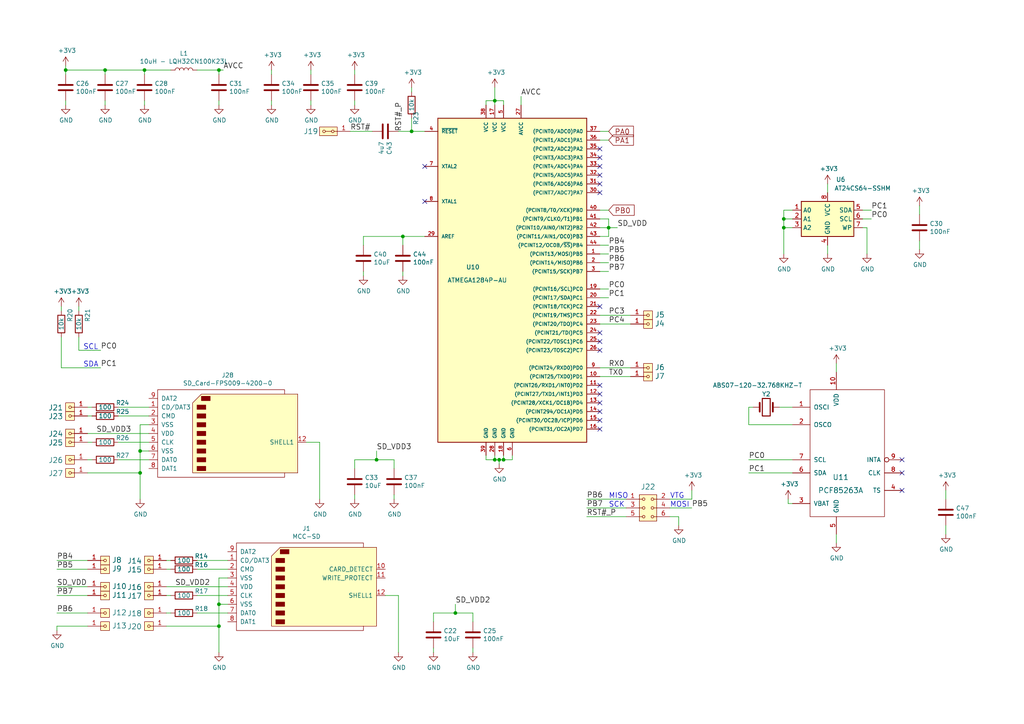
<source format=kicad_sch>
(kicad_sch (version 20211123) (generator eeschema)
  (paper "A4")
  (lib_symbols
    (symbol "MLAB_CONNECTORS:SD_Card-Connector" (pin_names (offset 1.016))
      (property "Reference" "J" (at -16.51 13.97 0))
      (property "Value" "MLAB_CONNECTORS_SD_Card-Connector" (at 15.24 -13.97 0))
      (symbol "SD_Card-Connector_1_1"
        (pin input line (at -22.86 7.62 0) (length 2.54) (name "CD/DAT3") (number "1"))
        (pin input line (at 22.86 5.08 180) (length 2.54) (name "CARD_DETECT") (number "10"))
        (pin input line (at 22.86 2.54 180) (length 2.54) (name "WRITE_PROTECT") (number "11"))
        (pin input line (at 22.86 -2.54 180) (length 2.54) (name "SHELL1") (number "12"))
        (pin input line (at -22.86 5.08 0) (length 2.54) (name "CMD") (number "2"))
        (pin input line (at -22.86 2.54 0) (length 2.54) (name "VSS") (number "3"))
        (pin input line (at -22.86 0 0) (length 2.54) (name "VDD") (number "4"))
        (pin input line (at -22.86 -2.54 0) (length 2.54) (name "CLK") (number "5"))
        (pin input line (at -22.86 -5.08 0) (length 2.54) (name "VSS") (number "6"))
        (pin input line (at -22.86 -7.62 0) (length 2.54) (name "DAT0") (number "7"))
        (pin input line (at -22.86 -10.16 0) (length 2.54) (name "DAT1") (number "8"))
        (pin input line (at -22.86 10.16 0) (length 2.54) (name "DAT2") (number "9"))
      )
    )
    (symbol "MLAB_CONNECTORS:SD_Card-FPS009-4200-0" (pin_names (offset 1.016))
      (property "Reference" "J" (at -16.51 13.97 0))
      (property "Value" "MLAB_CONNECTORS_SD_Card-FPS009-4200-0" (at 15.24 -13.97 0))
      (symbol "SD_Card-FPS009-4200-0_1_1"
        (pin input line (at -22.86 7.62 0) (length 2.54) (name "CD/DAT3") (number "1"))
        (pin input line (at 22.86 -2.54 180) (length 2.54) (name "SHELL1") (number "12"))
        (pin input line (at -22.86 5.08 0) (length 2.54) (name "CMD") (number "2"))
        (pin input line (at -22.86 2.54 0) (length 2.54) (name "VSS") (number "3"))
        (pin input line (at -22.86 0 0) (length 2.54) (name "VDD") (number "4"))
        (pin input line (at -22.86 -2.54 0) (length 2.54) (name "CLK") (number "5"))
        (pin input line (at -22.86 -5.08 0) (length 2.54) (name "VSS") (number "6"))
        (pin input line (at -22.86 -7.62 0) (length 2.54) (name "DAT0") (number "7"))
        (pin input line (at -22.86 -10.16 0) (length 2.54) (name "DAT1") (number "8"))
        (pin input line (at -22.86 10.16 0) (length 2.54) (name "DAT2") (number "9"))
      )
    )
    (symbol "MLAB_HEADER:HEADER_1x01" (pin_names (offset 1.016))
      (property "Reference" "J" (at 0 -2.54 0))
      (property "Value" "MLAB_HEADER_HEADER_1x01" (at 0 2.54 0))
      (symbol "HEADER_1x01_1_1"
        (pin input line (at -5.08 0 0) (length 3.81) (name "~") (number "1"))
      )
    )
    (symbol "MLAB_HEADER:HEADER_2x01_PARALLEL" (pin_names (offset 1.016))
      (property "Reference" "J" (at 0 -2.54 0))
      (property "Value" "MLAB_HEADER_HEADER_2x01_PARALLEL" (at 0 2.54 0))
      (symbol "HEADER_2x01_PARALLEL_1_1"
        (pin input line (at -6.35 0 0) (length 3.81) (name "~") (number "1"))
        (pin input line (at -6.35 0 0) (length 3.81) hide (name "~") (number "2"))
      )
    )
    (symbol "MLAB_HEADER:HEADER_2x03" (pin_names (offset 1.016))
      (property "Reference" "J" (at 0 -5.08 0))
      (property "Value" "MLAB_HEADER_HEADER_2x03" (at 0 5.08 0))
      (symbol "HEADER_2x03_1_1"
        (pin input line (at -6.35 2.54 0) (length 3.81) (name "~") (number "1"))
        (pin input line (at 6.35 2.54 180) (length 3.81) (name "~") (number "2"))
        (pin input line (at -6.35 0 0) (length 3.81) (name "~") (number "3"))
        (pin input line (at 6.35 0 180) (length 3.81) (name "~") (number "4"))
        (pin input line (at -6.35 -2.54 0) (length 3.81) (name "~") (number "5"))
        (pin input line (at 6.35 -2.54 180) (length 3.81) (name "~") (number "6"))
      )
    )
    (symbol "MLAB_IO:PCF85263A" (pin_names (offset 1.016))
      (property "Reference" "U" (at 5.08 12.7 0))
      (property "Value" "MLAB_IO_PCF85263A" (at 6.35 8.89 0))
      (symbol "PCF85263A_1_1"
        (pin input line (at -12.7 12.7 0) (length 5.08) (name "OSCI") (number "1"))
        (pin input line (at 0 22.86 270) (length 5.08) (name "VDD") (number "10"))
        (pin input line (at -12.7 7.62 0) (length 5.08) (name "OSCO") (number "2"))
        (pin input line (at -12.7 -15.24 0) (length 5.08) (name "VBAT") (number "3"))
        (pin input line (at 19.05 -11.43 180) (length 5.08) (name "TS") (number "4"))
        (pin input line (at 0 -24.13 90) (length 5.08) (name "GND") (number "5"))
        (pin input line (at -12.7 -6.35 0) (length 5.08) (name "SDA") (number "6"))
        (pin input line (at -12.7 -2.54 0) (length 5.08) (name "SCL") (number "7"))
        (pin input line (at 19.05 -6.35 180) (length 5.08) (name "CLK") (number "8"))
        (pin input inverted (at 19.05 -2.54 180) (length 5.08) (name "INTA") (number "9"))
      )
    )
    (symbol "Memory_EEPROM:AT24CS64-SSHM"
      (property "Reference" "U" (at -7.62 6.35 0))
      (property "Value" "Memory_EEPROM_AT24CS64-SSHM" (at 2.54 -6.35 0))
      (symbol "AT24CS64-SSHM_1_1"
        (pin input line (at -10.16 2.54 0) (length 2.54) (name "A0") (number "1"))
        (pin input line (at -10.16 0 0) (length 2.54) (name "A1") (number "2"))
        (pin input line (at -10.16 -2.54 0) (length 2.54) (name "A2") (number "3"))
        (pin power_in line (at 0 -7.62 90) (length 2.54) (name "GND") (number "4"))
        (pin bidirectional line (at 10.16 2.54 180) (length 2.54) (name "SDA") (number "5"))
        (pin input line (at 10.16 0 180) (length 2.54) (name "SCL") (number "6"))
        (pin input line (at 10.16 -2.54 180) (length 2.54) (name "WP") (number "7"))
        (pin power_in line (at 0 7.62 270) (length 2.54) (name "VCC") (number "8"))
      )
    )
    (symbol "SPACEDOS02A_PCB01A-rescue:ATMEGA1284P-AU-atmel-DATALOGGER01A-rescue-CCP2019V01A-rescue-SPACEDOS01A_PCB01A-rescue-SPACEDOS01B_PCB01A-rescue" (pin_names (offset 1.016))
      (property "Reference" "U" (at -21.59 47.752 0))
      (property "Value" "ATMEGA1284P-AU-atmel-DATALOGGER01A-rescue-CCP2019V01A-rescue-SPACEDOS01A_PCB01A-rescue-SPACEDOS01B_PCB01A-rescue" (at 10.16 -49.53 0))
      (symbol "ATMEGA1284P-AU-atmel-DATALOGGER01A-rescue-CCP2019V01A-rescue-SPACEDOS01A_PCB01A-rescue-SPACEDOS01B_PCB01A-rescue_1_1"
        (pin bidirectional line (at 25.4 7.62 180) (length 3.81) (name "(PCINT13/MOSI)PB5") (number "1"))
        (pin bidirectional line (at 25.4 -27.94 180) (length 3.81) (name "(PCINT25/TXD0)PD1") (number "10"))
        (pin bidirectional line (at 25.4 -30.48 180) (length 3.81) (name "(PCINT26/RXD1/INT0)PD2") (number "11"))
        (pin bidirectional line (at 25.4 -33.02 180) (length 3.81) (name "(PCINT27/TXD1/INT1)PD3") (number "12"))
        (pin bidirectional line (at 25.4 -35.56 180) (length 3.81) (name "(PCINT28/XCK1/OC1B)PD4") (number "13"))
        (pin bidirectional line (at 25.4 -38.1 180) (length 3.81) (name "(PCINT294/OC1A)PD5") (number "14"))
        (pin bidirectional line (at 25.4 -40.64 180) (length 3.81) (name "(PCINT30/OC2B/ICP)PD6") (number "15"))
        (pin bidirectional line (at 25.4 -43.18 180) (length 3.81) (name "(PCINT31/OC2A)PD7") (number "16"))
        (pin power_in line (at -5.08 50.8 270) (length 3.81) (name "VCC") (number "17"))
        (pin power_in line (at -2.54 -50.8 90) (length 3.81) (name "GND") (number "18"))
        (pin bidirectional line (at 25.4 -2.54 180) (length 3.81) (name "(PCINT16/SCL)PC0") (number "19"))
        (pin bidirectional line (at 25.4 5.08 180) (length 3.81) (name "(PCINT14/MISO)PB6") (number "2"))
        (pin bidirectional line (at 25.4 -5.08 180) (length 3.81) (name "(PCINT17/SDA)PC1") (number "20"))
        (pin bidirectional line (at 25.4 -7.62 180) (length 3.81) (name "(PCINT18/TCK)PC2") (number "21"))
        (pin bidirectional line (at 25.4 -10.16 180) (length 3.81) (name "(PCINT19/TMS)PC3") (number "22"))
        (pin bidirectional line (at 25.4 -12.7 180) (length 3.81) (name "(PCINT20/TDO)PC4") (number "23"))
        (pin bidirectional line (at 25.4 -15.24 180) (length 3.81) (name "(PCINT21/TDI)PC5") (number "24"))
        (pin bidirectional line (at 25.4 -17.78 180) (length 3.81) (name "(PCINT22/TOSC1)PC6") (number "25"))
        (pin bidirectional line (at 25.4 -20.32 180) (length 3.81) (name "(PCINT23/TOSC2)PC7") (number "26"))
        (pin power_in line (at 2.54 50.8 270) (length 3.81) (name "AVCC") (number "27"))
        (pin power_in line (at -5.08 -50.8 90) (length 3.81) (name "GND") (number "28"))
        (pin power_in line (at -25.4 12.7 0) (length 3.81) (name "AREF") (number "29"))
        (pin bidirectional line (at 25.4 2.54 180) (length 3.81) (name "(PCINT15/SCK)PB7") (number "3"))
        (pin bidirectional line (at 25.4 25.4 180) (length 3.81) (name "(PCINT7/ADC7)PA7") (number "30"))
        (pin bidirectional line (at 25.4 27.94 180) (length 3.81) (name "(PCINT6/ADC6)PA6") (number "31"))
        (pin bidirectional line (at 25.4 30.48 180) (length 3.81) (name "(PCINT5/ADC5)PA5") (number "32"))
        (pin bidirectional line (at 25.4 33.02 180) (length 3.81) (name "(PCINT4/ADC4)PA4") (number "33"))
        (pin bidirectional line (at 25.4 35.56 180) (length 3.81) (name "(PCINT3/ADC3)PA3") (number "34"))
        (pin bidirectional line (at 25.4 38.1 180) (length 3.81) (name "(PCINT2/ADC2)PA2") (number "35"))
        (pin bidirectional line (at 25.4 40.64 180) (length 3.81) (name "(PCINT1/ADC1)PA1") (number "36"))
        (pin bidirectional line (at 25.4 43.18 180) (length 3.81) (name "(PCINT0/ADC0)PA0") (number "37"))
        (pin power_in line (at -7.62 50.8 270) (length 3.81) (name "VCC") (number "38"))
        (pin power_in line (at -7.62 -50.8 90) (length 3.81) (name "GND") (number "39"))
        (pin input line (at -25.4 43.18 0) (length 3.81) (name "~{RESET}") (number "4"))
        (pin bidirectional line (at 25.4 20.32 180) (length 3.81) (name "(PCINT8/T0/XCK)PB0") (number "40"))
        (pin bidirectional line (at 25.4 17.78 180) (length 3.81) (name "(PCINT9/CLKO/T1)PB1") (number "41"))
        (pin bidirectional line (at 25.4 15.24 180) (length 3.81) (name "(PCINT10/AIN0/INT2)PB2") (number "42"))
        (pin bidirectional line (at 25.4 12.7 180) (length 3.81) (name "(PCINT11/AIN1/OC0)PB3") (number "43"))
        (pin bidirectional line (at 25.4 10.16 180) (length 3.81) (name "(PCINT12/OC0B/~{SS})PB4") (number "44"))
        (pin power_in line (at -2.54 50.8 270) (length 3.81) (name "VCC") (number "5"))
        (pin power_in line (at 0 -50.8 90) (length 3.81) (name "GND") (number "6"))
        (pin bidirectional line (at -25.4 33.02 0) (length 3.81) (name "XTAL2") (number "7"))
        (pin bidirectional line (at -25.4 22.86 0) (length 3.81) (name "XTAL1") (number "8"))
        (pin bidirectional line (at 25.4 -25.4 180) (length 3.81) (name "(PCINT24/RXD0)PD0") (number "9"))
      )
    )
    (symbol "SPACEDOS02A_PCB01A-rescue:C-device-DATALOGGER01A-rescue-CCP2019V01A-rescue-SPACEDOS01A_PCB01A-rescue-SPACEDOS01B_PCB01A-rescue" (pin_numbers hide) (pin_names (offset 0.254))
      (property "Reference" "C" (at 0.635 2.54 0))
      (property "Value" "C-device-DATALOGGER01A-rescue-CCP2019V01A-rescue-SPACEDOS01A_PCB01A-rescue-SPACEDOS01B_PCB01A-rescue" (at 0.635 -2.54 0))
      (symbol "C-device-DATALOGGER01A-rescue-CCP2019V01A-rescue-SPACEDOS01A_PCB01A-rescue-SPACEDOS01B_PCB01A-rescue_1_1"
        (pin passive line (at 0 3.81 270) (length 2.794) (name "~") (number "1"))
        (pin passive line (at 0 -3.81 90) (length 2.794) (name "~") (number "2"))
      )
    )
    (symbol "SPACEDOS02A_PCB01A-rescue:Crystal-device-DATALOGGER01A-rescue-CCP2019V01A-rescue-SPACEDOS01A_PCB01A-rescue-SPACEDOS01B_PCB01A-rescue" (pin_numbers hide) (pin_names (offset 1.016) hide)
      (property "Reference" "Y" (at 0 3.81 0))
      (property "Value" "Crystal-device-DATALOGGER01A-rescue-CCP2019V01A-rescue-SPACEDOS01A_PCB01A-rescue-SPACEDOS01B_PCB01A-rescue" (at 0 -3.81 0))
      (symbol "Crystal-device-DATALOGGER01A-rescue-CCP2019V01A-rescue-SPACEDOS01A_PCB01A-rescue-SPACEDOS01B_PCB01A-rescue_1_1"
        (pin passive line (at -3.81 0 0) (length 1.27) (name "1") (number "1"))
        (pin passive line (at 3.81 0 180) (length 1.27) (name "2") (number "2"))
      )
    )
    (symbol "SPACEDOS02A_PCB01A-rescue:L-device-DATALOGGER01A-rescue-CCP2019V01A-rescue-SPACEDOS01A_PCB01A-rescue-SPACEDOS01B_PCB01A-rescue" (pin_numbers hide) (pin_names (offset 1.016) hide)
      (property "Reference" "L" (at -1.27 0 90))
      (property "Value" "L-device-DATALOGGER01A-rescue-CCP2019V01A-rescue-SPACEDOS01A_PCB01A-rescue-SPACEDOS01B_PCB01A-rescue" (at 1.905 0 90))
      (symbol "L-device-DATALOGGER01A-rescue-CCP2019V01A-rescue-SPACEDOS01A_PCB01A-rescue-SPACEDOS01B_PCB01A-rescue_1_1"
        (pin passive line (at 0 3.81 270) (length 1.27) (name "1") (number "1"))
        (pin passive line (at 0 -3.81 90) (length 1.27) (name "2") (number "2"))
      )
    )
    (symbol "SPACEDOS02A_PCB01A-rescue:R-device-DATALOGGER01A-rescue-CCP2019V01A-rescue-SPACEDOS01A_PCB01A-rescue-SPACEDOS01B_PCB01A-rescue" (pin_numbers hide) (pin_names (offset 0))
      (property "Reference" "R" (at 2.032 0 90))
      (property "Value" "R-device-DATALOGGER01A-rescue-CCP2019V01A-rescue-SPACEDOS01A_PCB01A-rescue-SPACEDOS01B_PCB01A-rescue" (at 0 0 90))
      (symbol "R-device-DATALOGGER01A-rescue-CCP2019V01A-rescue-SPACEDOS01A_PCB01A-rescue-SPACEDOS01B_PCB01A-rescue_1_1"
        (pin passive line (at 0 3.81 270) (length 1.27) (name "~") (number "1"))
        (pin passive line (at 0 -3.81 90) (length 1.27) (name "~") (number "2"))
      )
    )
    (symbol "power:+3.3V" (power) (pin_names (offset 0))
      (property "Value" "power_+3.3V" (at 0 3.556 0))
      (symbol "+3.3V_1_1"
        (pin power_in line (at 0 0 90) (length 0) hide (name "+3V3") (number "1"))
      )
    )
    (symbol "power:GND" (power) (pin_names (offset 0))
      (property "Value" "power_GND" (at 0 -3.81 0))
      (symbol "GND_1_1"
        (pin power_in line (at 0 0 270) (length 0) hide (name "GND") (number "1"))
      )
    )
  )
  (junction (at 109.22 133.35))
  (junction (at 146.05 133.35))
  (junction (at 40.64 130.81))
  (junction (at 40.64 137.16))
  (junction (at 132.08 177.8))
  (junction (at 143.51 29.21))
  (junction (at 227.33 63.5))
  (junction (at 116.84 68.58))
  (junction (at 227.33 66.04))
  (junction (at 63.5 181.61))
  (junction (at 143.51 133.35))
  (junction (at 30.48 20.32))
  (junction (at 176.53 66.04))
  (junction (at 41.91 20.32))
  (junction (at 144.78 133.35))
  (junction (at 63.5 20.32))
  (junction (at 19.05 20.32))
  (junction (at 119.38 38.1))
  (junction (at 63.5 175.26))
  (no_connect (at 173.99 48.26))
  (no_connect (at 173.99 99.06))
  (no_connect (at 173.99 124.46))
  (no_connect (at 123.19 48.26))
  (no_connect (at 173.99 114.3))
  (no_connect (at 261.62 142.24))
  (no_connect (at 261.62 133.35))
  (no_connect (at 173.99 45.72))
  (no_connect (at 123.19 58.42))
  (no_connect (at 173.99 119.38))
  (no_connect (at 173.99 88.9))
  (no_connect (at 173.99 43.18))
  (no_connect (at 173.99 96.52))
  (no_connect (at 173.99 53.34))
  (no_connect (at 173.99 101.6))
  (no_connect (at 173.99 121.92))
  (no_connect (at 173.99 116.84))
  (no_connect (at 173.99 111.76))
  (no_connect (at 173.99 50.8))
  (no_connect (at 261.62 137.16))
  (no_connect (at 173.99 55.88))
  (wire (pts (xy 227.33 66.04) (xy 227.33 73.66)))
  (wire (pts (xy 30.48 21.59) (xy 30.48 20.32)))
  (wire (pts (xy 173.99 40.64) (xy 176.53 40.64)))
  (wire (pts (xy 140.97 133.35) (xy 143.51 133.35)))
  (wire (pts (xy 170.18 144.78) (xy 181.61 144.78)))
  (wire (pts (xy 125.73 177.8) (xy 132.08 177.8)))
  (wire (pts (xy 274.32 142.24) (xy 274.32 144.78)))
  (wire (pts (xy 34.29 128.27) (xy 43.18 128.27)))
  (wire (pts (xy 25.4 118.11) (xy 26.67 118.11)))
  (wire (pts (xy 132.08 177.8) (xy 137.16 177.8)))
  (wire (pts (xy 140.97 30.48) (xy 140.97 29.21)))
  (wire (pts (xy 170.18 149.86) (xy 181.61 149.86)))
  (wire (pts (xy 143.51 133.35) (xy 144.78 133.35)))
  (wire (pts (xy 143.51 29.21) (xy 146.05 29.21)))
  (wire (pts (xy 22.86 101.6) (xy 29.21 101.6)))
  (wire (pts (xy 140.97 132.08) (xy 140.97 133.35)))
  (wire (pts (xy 251.46 66.04) (xy 251.46 73.66)))
  (wire (pts (xy 144.78 134.62) (xy 144.78 133.35)))
  (wire (pts (xy 143.51 132.08) (xy 143.51 133.35)))
  (wire (pts (xy 173.99 73.66) (xy 176.53 73.66)))
  (wire (pts (xy 229.87 118.11) (xy 226.06 118.11)))
  (wire (pts (xy 19.05 20.32) (xy 30.48 20.32)))
  (wire (pts (xy 40.64 123.19) (xy 40.64 130.81)))
  (wire (pts (xy 78.74 30.48) (xy 78.74 29.21)))
  (wire (pts (xy 57.15 20.32) (xy 63.5 20.32)))
  (wire (pts (xy 41.91 21.59) (xy 41.91 20.32)))
  (wire (pts (xy 25.4 177.8) (xy 16.51 177.8)))
  (wire (pts (xy 41.91 20.32) (xy 49.53 20.32)))
  (wire (pts (xy 25.4 137.16) (xy 40.64 137.16)))
  (wire (pts (xy 48.26 177.8) (xy 49.53 177.8)))
  (wire (pts (xy 114.3 144.78) (xy 114.3 143.51)))
  (wire (pts (xy 17.78 97.79) (xy 17.78 106.68)))
  (wire (pts (xy 227.33 63.5) (xy 227.33 60.96)))
  (wire (pts (xy 227.33 60.96) (xy 229.87 60.96)))
  (wire (pts (xy 218.44 118.11) (xy 217.17 118.11)))
  (wire (pts (xy 63.5 167.64) (xy 63.5 175.26)))
  (wire (pts (xy 176.53 63.5) (xy 176.53 66.04)))
  (wire (pts (xy 63.5 20.32) (xy 63.5 21.59)))
  (wire (pts (xy 102.87 133.35) (xy 102.87 135.89)))
  (wire (pts (xy 151.13 30.48) (xy 151.13 27.94)))
  (wire (pts (xy 119.38 38.1) (xy 123.19 38.1)))
  (wire (pts (xy 66.04 175.26) (xy 63.5 175.26)))
  (wire (pts (xy 229.87 66.04) (xy 227.33 66.04)))
  (wire (pts (xy 217.17 118.11) (xy 217.17 123.19)))
  (wire (pts (xy 125.73 177.8) (xy 125.73 180.34)))
  (wire (pts (xy 48.26 162.56) (xy 49.53 162.56)))
  (wire (pts (xy 25.4 172.72) (xy 16.51 172.72)))
  (wire (pts (xy 34.29 120.65) (xy 43.18 120.65)))
  (wire (pts (xy 19.05 30.48) (xy 19.05 29.21)))
  (wire (pts (xy 144.78 133.35) (xy 146.05 133.35)))
  (wire (pts (xy 22.86 88.9) (xy 22.86 90.17)))
  (wire (pts (xy 173.99 109.22) (xy 182.88 109.22)))
  (wire (pts (xy 132.08 177.8) (xy 132.08 175.26)))
  (wire (pts (xy 274.32 152.4) (xy 274.32 154.94)))
  (wire (pts (xy 17.78 88.9) (xy 17.78 90.17)))
  (wire (pts (xy 266.7 59.69) (xy 266.7 62.23)))
  (wire (pts (xy 22.86 97.79) (xy 22.86 101.6)))
  (wire (pts (xy 63.5 181.61) (xy 63.5 189.23)))
  (wire (pts (xy 173.99 93.98) (xy 182.88 93.98)))
  (wire (pts (xy 25.4 162.56) (xy 16.51 162.56)))
  (wire (pts (xy 78.74 20.32) (xy 78.74 21.59)))
  (wire (pts (xy 102.87 20.32) (xy 102.87 21.59)))
  (wire (pts (xy 16.51 181.61) (xy 16.51 182.88)))
  (wire (pts (xy 240.03 71.12) (xy 240.03 73.66)))
  (wire (pts (xy 48.26 165.1) (xy 49.53 165.1)))
  (wire (pts (xy 66.04 177.8) (xy 57.15 177.8)))
  (wire (pts (xy 109.22 133.35) (xy 109.22 130.81)))
  (wire (pts (xy 173.99 86.36) (xy 176.53 86.36)))
  (wire (pts (xy 43.18 123.19) (xy 40.64 123.19)))
  (wire (pts (xy 25.4 133.35) (xy 26.67 133.35)))
  (wire (pts (xy 40.64 137.16) (xy 40.64 144.78)))
  (wire (pts (xy 116.84 71.12) (xy 116.84 68.58)))
  (wire (pts (xy 217.17 137.16) (xy 229.87 137.16)))
  (wire (pts (xy 25.4 125.73) (xy 43.18 125.73)))
  (wire (pts (xy 143.51 30.48) (xy 143.51 29.21)))
  (wire (pts (xy 105.41 68.58) (xy 105.41 71.12)))
  (wire (pts (xy 115.57 172.72) (xy 115.57 189.23)))
  (wire (pts (xy 66.04 162.56) (xy 57.15 162.56)))
  (wire (pts (xy 242.57 157.48) (xy 242.57 154.94)))
  (wire (pts (xy 48.26 172.72) (xy 49.53 172.72)))
  (wire (pts (xy 116.84 68.58) (xy 123.19 68.58)))
  (wire (pts (xy 137.16 180.34) (xy 137.16 177.8)))
  (wire (pts (xy 19.05 20.32) (xy 19.05 19.05)))
  (wire (pts (xy 170.18 147.32) (xy 181.61 147.32)))
  (wire (pts (xy 116.84 80.01) (xy 116.84 78.74)))
  (wire (pts (xy 228.6 144.78) (xy 228.6 146.05)))
  (wire (pts (xy 19.05 21.59) (xy 19.05 20.32)))
  (wire (pts (xy 25.4 181.61) (xy 16.51 181.61)))
  (wire (pts (xy 43.18 118.11) (xy 34.29 118.11)))
  (wire (pts (xy 90.17 20.32) (xy 90.17 21.59)))
  (wire (pts (xy 173.99 106.68) (xy 182.88 106.68)))
  (wire (pts (xy 176.53 66.04) (xy 176.53 68.58)))
  (wire (pts (xy 250.19 63.5) (xy 252.73 63.5)))
  (wire (pts (xy 146.05 132.08) (xy 146.05 133.35)))
  (wire (pts (xy 176.53 68.58) (xy 173.99 68.58)))
  (wire (pts (xy 173.99 91.44) (xy 182.88 91.44)))
  (wire (pts (xy 114.3 135.89) (xy 114.3 133.35)))
  (wire (pts (xy 173.99 76.2) (xy 176.53 76.2)))
  (wire (pts (xy 90.17 30.48) (xy 90.17 29.21)))
  (wire (pts (xy 196.85 149.86) (xy 196.85 152.4)))
  (wire (pts (xy 137.16 189.23) (xy 137.16 187.96)))
  (wire (pts (xy 200.66 144.78) (xy 200.66 142.24)))
  (wire (pts (xy 173.99 66.04) (xy 176.53 66.04)))
  (wire (pts (xy 229.87 133.35) (xy 217.17 133.35)))
  (wire (pts (xy 111.76 172.72) (xy 115.57 172.72)))
  (wire (pts (xy 30.48 20.32) (xy 41.91 20.32)))
  (wire (pts (xy 66.04 167.64) (xy 63.5 167.64)))
  (wire (pts (xy 41.91 30.48) (xy 41.91 29.21)))
  (wire (pts (xy 63.5 175.26) (xy 63.5 181.61)))
  (wire (pts (xy 119.38 34.29) (xy 119.38 38.1)))
  (wire (pts (xy 173.99 78.74) (xy 176.53 78.74)))
  (wire (pts (xy 105.41 68.58) (xy 116.84 68.58)))
  (wire (pts (xy 194.31 147.32) (xy 200.66 147.32)))
  (wire (pts (xy 105.41 80.01) (xy 105.41 78.74)))
  (wire (pts (xy 64.77 20.32) (xy 63.5 20.32)))
  (wire (pts (xy 109.22 133.35) (xy 114.3 133.35)))
  (wire (pts (xy 115.57 38.1) (xy 119.38 38.1)))
  (wire (pts (xy 173.99 83.82) (xy 176.53 83.82)))
  (wire (pts (xy 173.99 60.96) (xy 176.53 60.96)))
  (wire (pts (xy 146.05 133.35) (xy 148.59 133.35)))
  (wire (pts (xy 25.4 165.1) (xy 16.51 165.1)))
  (wire (pts (xy 173.99 63.5) (xy 176.53 63.5)))
  (wire (pts (xy 101.6 38.1) (xy 107.95 38.1)))
  (wire (pts (xy 148.59 133.35) (xy 148.59 132.08)))
  (wire (pts (xy 143.51 29.21) (xy 143.51 25.4)))
  (wire (pts (xy 194.31 144.78) (xy 200.66 144.78)))
  (wire (pts (xy 92.71 128.27) (xy 92.71 144.78)))
  (wire (pts (xy 43.18 130.81) (xy 40.64 130.81)))
  (wire (pts (xy 194.31 149.86) (xy 196.85 149.86)))
  (wire (pts (xy 119.38 26.67) (xy 119.38 25.4)))
  (wire (pts (xy 173.99 71.12) (xy 176.53 71.12)))
  (wire (pts (xy 228.6 146.05) (xy 229.87 146.05)))
  (wire (pts (xy 242.57 107.95) (xy 242.57 105.41)))
  (wire (pts (xy 88.9 128.27) (xy 92.71 128.27)))
  (wire (pts (xy 217.17 123.19) (xy 229.87 123.19)))
  (wire (pts (xy 57.15 165.1) (xy 66.04 165.1)))
  (wire (pts (xy 250.19 66.04) (xy 251.46 66.04)))
  (wire (pts (xy 102.87 133.35) (xy 109.22 133.35)))
  (wire (pts (xy 63.5 30.48) (xy 63.5 29.21)))
  (wire (pts (xy 48.26 170.18) (xy 66.04 170.18)))
  (wire (pts (xy 25.4 120.65) (xy 26.67 120.65)))
  (wire (pts (xy 146.05 29.21) (xy 146.05 30.48)))
  (wire (pts (xy 125.73 189.23) (xy 125.73 187.96)))
  (wire (pts (xy 102.87 144.78) (xy 102.87 143.51)))
  (wire (pts (xy 17.78 106.68) (xy 29.21 106.68)))
  (wire (pts (xy 40.64 130.81) (xy 40.64 137.16)))
  (wire (pts (xy 176.53 66.04) (xy 179.07 66.04)))
  (wire (pts (xy 250.19 60.96) (xy 252.73 60.96)))
  (wire (pts (xy 16.51 170.18) (xy 25.4 170.18)))
  (wire (pts (xy 229.87 63.5) (xy 227.33 63.5)))
  (wire (pts (xy 43.18 133.35) (xy 34.29 133.35)))
  (wire (pts (xy 140.97 29.21) (xy 143.51 29.21)))
  (wire (pts (xy 102.87 30.48) (xy 102.87 29.21)))
  (wire (pts (xy 173.99 38.1) (xy 176.53 38.1)))
  (wire (pts (xy 57.15 172.72) (xy 66.04 172.72)))
  (wire (pts (xy 48.26 181.61) (xy 63.5 181.61)))
  (wire (pts (xy 25.4 128.27) (xy 26.67 128.27)))
  (wire (pts (xy 227.33 63.5) (xy 227.33 66.04)))
  (wire (pts (xy 266.7 69.85) (xy 266.7 72.39)))
  (wire (pts (xy 30.48 30.48) (xy 30.48 29.21)))
  (wire (pts (xy 240.03 53.34) (xy 240.03 55.88)))
  (text "MOSI" (at 194.31 147.32 0) (effects (font (size 1.524 1.524)) (justify left bottom)))
  (text "SCK" (at 176.53 147.32 0) (effects (font (size 1.524 1.524)) (justify left bottom)))
  (text "MISO" (at 176.53 144.78 0) (effects (font (size 1.524 1.524)) (justify left bottom)))
  (text "VTG" (at 194.31 144.78 0) (effects (font (size 1.524 1.524)) (justify left bottom)))
  (text "SDA" (at 24.13 106.68 0) (effects (font (size 1.524 1.524)) (justify left bottom)))
  (text "SCL" (at 24.13 101.6 0) (effects (font (size 1.524 1.524)) (justify left bottom)))
  (label "PC1" (at 29.21 106.68 0) (effects (font (size 1.524 1.524))))
  (label "PC4" (at 176.53 93.98 0) (effects (font (size 1.524 1.524))))
  (label "PC1" (at 217.17 137.16 0) (effects (font (size 1.524 1.524))))
  (label "PB4" (at 16.51 162.56 0) (effects (font (size 1.524 1.524))))
  (label "PB7" (at 170.18 147.32 0) (effects (font (size 1.524 1.524))))
  (label "SD_VDD2" (at 132.08 175.26 0) (effects (font (size 1.524 1.524))))
  (label "PB7" (at 176.53 78.74 0) (effects (font (size 1.524 1.524))))
  (label "PC0" (at 217.17 133.35 0) (effects (font (size 1.524 1.524))))
  (label "PB6" (at 176.53 76.2 0) (effects (font (size 1.524 1.524))))
  (label "SD_VDD3" (at 27.94 125.73 0) (effects (font (size 1.524 1.524))))
  (label "PB5" (at 16.51 165.1 0) (effects (font (size 1.524 1.524))))
  (label "PC0" (at 252.73 63.5 0) (effects (font (size 1.524 1.524))))
  (label "PB4" (at 176.53 71.12 0) (effects (font (size 1.524 1.524))))
  (label "PB5" (at 200.66 147.32 0) (effects (font (size 1.524 1.524))))
  (label "PB7" (at 16.51 172.72 0) (effects (font (size 1.524 1.524))))
  (label "RX0" (at 176.53 106.68 0) (effects (font (size 1.524 1.524))))
  (label "PC1" (at 252.73 60.96 0) (effects (font (size 1.524 1.524))))
  (label "PC0" (at 29.21 101.6 0) (effects (font (size 1.524 1.524))))
  (label "PB6" (at 16.51 177.8 0) (effects (font (size 1.524 1.524))))
  (label "PC0" (at 176.53 83.82 0) (effects (font (size 1.524 1.524))))
  (label "AVCC" (at 64.77 20.32 0) (effects (font (size 1.524 1.524))))
  (label "SD_VDD" (at 16.51 170.18 0) (effects (font (size 1.524 1.524))))
  (label "PC3" (at 176.53 91.44 0) (effects (font (size 1.524 1.524))))
  (label "PB5" (at 176.53 73.66 0) (effects (font (size 1.524 1.524))))
  (label "PC1" (at 176.53 86.36 0) (effects (font (size 1.524 1.524))))
  (label "RST#_P" (at 116.84 38.1 90) (effects (font (size 1.524 1.524))))
  (label "SD_VDD2" (at 50.8 170.18 0) (effects (font (size 1.524 1.524))))
  (label "AVCC" (at 151.13 27.94 0) (effects (font (size 1.524 1.524))))
  (label "RST#_P" (at 170.18 149.86 0) (effects (font (size 1.524 1.524))))
  (label "RST#" (at 101.6 38.1 0) (effects (font (size 1.524 1.524))))
  (label "SD_VDD" (at 179.07 66.04 0) (effects (font (size 1.524 1.524))))
  (label "TX0" (at 176.53 109.22 0) (effects (font (size 1.524 1.524))))
  (label "PB6" (at 170.18 144.78 0) (effects (font (size 1.524 1.524))))
  (label "SD_VDD3" (at 109.22 130.81 0) (effects (font (size 1.524 1.524))))
  (global_label "PA0" (shape input) (at 176.53 38.1 0) (effects (font (size 1.524 1.524))) (property "Intersheet References" "${INTERSHEET_REFS}" (effects hide)))
  (global_label "PB0" (shape input) (at 176.53 60.96 0) (effects (font (size 1.524 1.524))) (property "Intersheet References" "${INTERSHEET_REFS}" (effects hide)))
  (global_label "PA1" (shape input) (at 176.53 40.64 0) (effects (font (size 1.524 1.524))) (property "Intersheet References" "${INTERSHEET_REFS}" (effects hide)))
  (symbol (lib_id "SPACEDOS02A_PCB01A-rescue:ATMEGA1284P-AU-atmel-DATALOGGER01A-rescue-CCP2019V01A-rescue-SPACEDOS01A_PCB01A-rescue-SPACEDOS01B_PCB01A-rescue") (at 148.59 81.28 0) (unit 1)
    (property "Reference" "U10" (at 137.16 77.47 0))
    (property "Value" "ATMEGA1284P-AU" (at 138.43 81.28 0))
    (property "Footprint" "Package_QFP:TQFP-44_10x10mm_P0.8mm" (effects hide))
    (property "Datasheet" "http://www.atmel.com/Images/Atmel-8272-8-bit-AVR-microcontroller-ATmega164A_PA-324A_PA-644A_PA-1284_P_datasheet.pdf" (effects hide))
    (property "UST_ID" "5c70984412875079b91f888e" (effects hide))
  )
  (symbol (lib_id "SPACEDOS02A_PCB01A-rescue:C-device-DATALOGGER01A-rescue-CCP2019V01A-rescue-SPACEDOS01A_PCB01A-rescue-SPACEDOS01B_PCB01A-rescue") (at 105.41 74.93 0) (unit 1)
    (property "Reference" "C40" (at 108.331 73.7616 0) (effects (justify left)))
    (property "Value" "10uF" (at 108.331 76.073 0) (effects (justify left)))
    (property "Footprint" "Mlab_R:SMD-0805" (effects hide))
    (property "UST_ID" "5c70984812875079b91f8bbd" (effects hide))
  )
  (symbol (lib_id "SPACEDOS02A_PCB01A-rescue:C-device-DATALOGGER01A-rescue-CCP2019V01A-rescue-SPACEDOS01A_PCB01A-rescue-SPACEDOS01B_PCB01A-rescue") (at 116.84 74.93 0) (unit 1)
    (property "Reference" "C44" (at 119.761 73.7616 0) (effects (justify left)))
    (property "Value" "100nF" (at 119.761 76.073 0) (effects (justify left)))
    (property "Footprint" "Mlab_R:SMD-0805" (effects hide))
    (property "UST_ID" "5c70984712875079b91f8b4c" (effects hide))
  )
  (symbol (lib_id "power:GND") (at 116.84 80.01 0) (unit 1)
    (property "Reference" "#PWR0116" (effects hide))
    (property "Value" "GND" (at 116.967 84.4042 0))
  )
  (symbol (lib_id "power:GND") (at 105.41 80.01 0) (unit 1)
    (property "Reference" "#PWR0117" (effects hide))
    (property "Value" "GND" (at 105.537 84.4042 0))
  )
  (symbol (lib_id "SPACEDOS02A_PCB01A-rescue:C-device-DATALOGGER01A-rescue-CCP2019V01A-rescue-SPACEDOS01A_PCB01A-rescue-SPACEDOS01B_PCB01A-rescue") (at 111.76 38.1 270) (unit 1)
    (property "Reference" "C43" (at 112.9284 41.021 0) (effects (justify left)))
    (property "Value" "4u7" (at 110.617 41.021 0) (effects (justify left)))
    (property "Footprint" "Mlab_R:SMD-0805" (effects hide))
    (property "UST_ID" "5c70984712875079b91f8b52" (effects hide))
  )
  (symbol (lib_id "SPACEDOS02A_PCB01A-rescue:R-device-DATALOGGER01A-rescue-CCP2019V01A-rescue-SPACEDOS01A_PCB01A-rescue-SPACEDOS01B_PCB01A-rescue") (at 119.38 30.48 180) (unit 1)
    (property "Reference" "R23" (at 120.65 34.29 90))
    (property "Value" "10k" (at 119.38 30.48 90))
    (property "Footprint" "Mlab_R:SMD-0805" (effects hide))
    (property "UST_ID" "5c70984612875079b91f899f" (effects hide))
  )
  (symbol (lib_id "MLAB_HEADER:HEADER_2x01_PARALLEL") (at 95.25 38.1 180) (unit 1)
    (property "Reference" "J19" (at 90.17 38.1 0) (effects (font (size 1.524 1.524))))
    (property "Value" "HEADER_2x01_PARALLEL" (effects hide))
    (property "Footprint" "Mlab_Pin_Headers:Straight_2x01" (effects hide))
  )
  (symbol (lib_id "SPACEDOS02A_PCB01A-rescue:C-device-DATALOGGER01A-rescue-CCP2019V01A-rescue-SPACEDOS01A_PCB01A-rescue-SPACEDOS01B_PCB01A-rescue") (at 19.05 25.4 0) (unit 1)
    (property "Reference" "C26" (at 21.971 24.2316 0) (effects (justify left)))
    (property "Value" "100nF" (at 21.971 26.543 0) (effects (justify left)))
    (property "Footprint" "Mlab_R:SMD-0805" (effects hide))
    (property "UST_ID" "5c70984712875079b91f8b4c" (effects hide))
  )
  (symbol (lib_id "SPACEDOS02A_PCB01A-rescue:C-device-DATALOGGER01A-rescue-CCP2019V01A-rescue-SPACEDOS01A_PCB01A-rescue-SPACEDOS01B_PCB01A-rescue") (at 30.48 25.4 0) (unit 1)
    (property "Reference" "C27" (at 33.401 24.2316 0) (effects (justify left)))
    (property "Value" "100nF" (at 33.401 26.543 0) (effects (justify left)))
    (property "Footprint" "Mlab_R:SMD-0805" (effects hide))
    (property "UST_ID" "5c70984712875079b91f8b4c" (effects hide))
  )
  (symbol (lib_id "SPACEDOS02A_PCB01A-rescue:C-device-DATALOGGER01A-rescue-CCP2019V01A-rescue-SPACEDOS01A_PCB01A-rescue-SPACEDOS01B_PCB01A-rescue") (at 41.91 25.4 0) (unit 1)
    (property "Reference" "C28" (at 44.831 24.2316 0) (effects (justify left)))
    (property "Value" "100nF" (at 44.831 26.543 0) (effects (justify left)))
    (property "Footprint" "Mlab_R:SMD-0805" (effects hide))
    (property "UST_ID" "5c70984712875079b91f8b4c" (effects hide))
  )
  (symbol (lib_id "SPACEDOS02A_PCB01A-rescue:L-device-DATALOGGER01A-rescue-CCP2019V01A-rescue-SPACEDOS01A_PCB01A-rescue-SPACEDOS01B_PCB01A-rescue") (at 53.34 20.32 90) (unit 1)
    (property "Reference" "L1" (at 53.34 15.494 90))
    (property "Value" "10uH - LQH32CN100K23L" (at 53.34 17.8054 90))
    (property "Footprint" "Mlab_R:SMD-1210" (effects hide))
    (property "UST_ID" "5c70984412875079b91f87ff" (effects hide))
  )
  (symbol (lib_id "SPACEDOS02A_PCB01A-rescue:C-device-DATALOGGER01A-rescue-CCP2019V01A-rescue-SPACEDOS01A_PCB01A-rescue-SPACEDOS01B_PCB01A-rescue") (at 63.5 25.4 0) (unit 1)
    (property "Reference" "C31" (at 66.421 24.2316 0) (effects (justify left)))
    (property "Value" "100nF" (at 66.421 26.543 0) (effects (justify left)))
    (property "Footprint" "Mlab_R:SMD-0805" (effects hide))
    (property "UST_ID" "5c70984712875079b91f8b4c" (effects hide))
  )
  (symbol (lib_id "power:GND") (at 19.05 30.48 0) (unit 1)
    (property "Reference" "#PWR0121" (effects hide))
    (property "Value" "GND" (at 19.177 34.8742 0))
  )
  (symbol (lib_id "power:GND") (at 30.48 30.48 0) (unit 1)
    (property "Reference" "#PWR0122" (effects hide))
    (property "Value" "GND" (at 30.607 34.8742 0))
  )
  (symbol (lib_id "power:GND") (at 41.91 30.48 0) (unit 1)
    (property "Reference" "#PWR0123" (effects hide))
    (property "Value" "GND" (at 42.037 34.8742 0))
  )
  (symbol (lib_id "power:GND") (at 63.5 30.48 0) (unit 1)
    (property "Reference" "#PWR0124" (effects hide))
    (property "Value" "GND" (at 63.627 34.8742 0))
  )
  (symbol (lib_id "MLAB_HEADER:HEADER_2x03") (at 187.96 147.32 0) (unit 1)
    (property "Reference" "J22" (at 187.96 141.1986 0) (effects (font (size 1.524 1.524))))
    (property "Value" "HEADER_2x03" (effects hide))
    (property "Footprint" "Mlab_Pin_Headers:SMD_2x03" (effects hide))
  )
  (symbol (lib_id "power:GND") (at 196.85 152.4 0) (unit 1)
    (property "Reference" "#PWR0153" (effects hide))
    (property "Value" "GND" (at 196.977 156.7942 0))
  )
  (symbol (lib_id "power:GND") (at 144.78 134.62 0) (unit 1)
    (property "Reference" "#PWR0129" (effects hide))
    (property "Value" "GND" (at 144.907 139.0142 0))
  )
  (symbol (lib_id "SPACEDOS02A_PCB01A-rescue:R-device-DATALOGGER01A-rescue-CCP2019V01A-rescue-SPACEDOS01A_PCB01A-rescue-SPACEDOS01B_PCB01A-rescue") (at 17.78 93.98 180) (unit 1)
    (property "Reference" "R20" (at 20.32 91.44 90))
    (property "Value" "10k" (at 17.78 93.98 90))
    (property "Footprint" "Mlab_R:SMD-0805" (effects hide))
    (property "UST_ID" "5c70984612875079b91f899f" (effects hide))
  )
  (symbol (lib_id "SPACEDOS02A_PCB01A-rescue:R-device-DATALOGGER01A-rescue-CCP2019V01A-rescue-SPACEDOS01A_PCB01A-rescue-SPACEDOS01B_PCB01A-rescue") (at 22.86 93.98 180) (unit 1)
    (property "Reference" "R21" (at 25.4 91.44 90))
    (property "Value" "10k" (at 22.86 93.98 90))
    (property "Footprint" "Mlab_R:SMD-0805" (effects hide))
    (property "UST_ID" "5c70984612875079b91f899f" (effects hide))
  )
  (symbol (lib_id "MLAB_IO:PCF85263A") (at 242.57 130.81 0) (unit 1)
    (property "Reference" "U11" (at 243.84 138.43 0) (effects (font (size 1.524 1.524))))
    (property "Value" "PCF85263A" (at 243.84 142.24 0) (effects (font (size 1.524 1.524))))
    (property "Footprint" "Mlab_IO:TSSOP-10_3x3mm_Pitch0.5mm" (effects hide))
    (property "UST_ID" "5c70984612875079b91f8a0c" (effects hide))
  )
  (symbol (lib_id "SPACEDOS02A_PCB01A-rescue:Crystal-device-DATALOGGER01A-rescue-CCP2019V01A-rescue-SPACEDOS01A_PCB01A-rescue-SPACEDOS01B_PCB01A-rescue") (at 222.25 118.11 0) (unit 1)
    (property "Reference" "Y2" (at 222.25 114.3 0))
    (property "Value" "ABS07-120-32.768KHZ-T" (at 219.71 111.76 0))
    (property "Footprint" "Mlab_XTAL:ABS07" (effects hide))
    (property "UST_ID" "5c70984712875079b91f8b1b" (effects hide))
  )
  (symbol (lib_id "power:GND") (at 242.57 157.48 0) (unit 1)
    (property "Reference" "#PWR0133" (effects hide))
    (property "Value" "GND" (at 242.697 161.8742 0))
  )
  (symbol (lib_id "SPACEDOS02A_PCB01A-rescue:C-device-DATALOGGER01A-rescue-CCP2019V01A-rescue-SPACEDOS01A_PCB01A-rescue-SPACEDOS01B_PCB01A-rescue") (at 78.74 25.4 0) (unit 1)
    (property "Reference" "C34" (at 81.661 24.2316 0) (effects (justify left)))
    (property "Value" "100nF" (at 81.661 26.543 0) (effects (justify left)))
    (property "Footprint" "Mlab_R:SMD-0805" (effects hide))
    (property "UST_ID" "5c70984712875079b91f8b4c" (effects hide))
  )
  (symbol (lib_id "power:GND") (at 78.74 30.48 0) (unit 1)
    (property "Reference" "#PWR0154" (effects hide))
    (property "Value" "GND" (at 78.867 34.8742 0))
  )
  (symbol (lib_id "SPACEDOS02A_PCB01A-rescue:C-device-DATALOGGER01A-rescue-CCP2019V01A-rescue-SPACEDOS01A_PCB01A-rescue-SPACEDOS01B_PCB01A-rescue") (at 274.32 148.59 0) (unit 1)
    (property "Reference" "C47" (at 277.241 147.4216 0) (effects (justify left)))
    (property "Value" "100nF" (at 277.241 149.733 0) (effects (justify left)))
    (property "Footprint" "Mlab_R:SMD-0805" (effects hide))
    (property "UST_ID" "5c70984712875079b91f8b4c" (effects hide))
  )
  (symbol (lib_id "power:GND") (at 274.32 154.94 0) (unit 1)
    (property "Reference" "#PWR0134" (effects hide))
    (property "Value" "GND" (at 274.447 159.3342 0))
  )
  (symbol (lib_id "SPACEDOS02A_PCB01A-rescue:C-device-DATALOGGER01A-rescue-CCP2019V01A-rescue-SPACEDOS01A_PCB01A-rescue-SPACEDOS01B_PCB01A-rescue") (at 90.17 25.4 0) (unit 1)
    (property "Reference" "C35" (at 93.091 24.2316 0) (effects (justify left)))
    (property "Value" "100nF" (at 93.091 26.543 0) (effects (justify left)))
    (property "Footprint" "Mlab_R:SMD-0805" (effects hide))
    (property "UST_ID" "5c70984712875079b91f8b4c" (effects hide))
  )
  (symbol (lib_id "power:GND") (at 90.17 30.48 0) (unit 1)
    (property "Reference" "#PWR0156" (effects hide))
    (property "Value" "GND" (at 90.297 34.8742 0))
  )
  (symbol (lib_id "SPACEDOS02A_PCB01A-rescue:C-device-DATALOGGER01A-rescue-CCP2019V01A-rescue-SPACEDOS01A_PCB01A-rescue-SPACEDOS01B_PCB01A-rescue") (at 102.87 25.4 0) (unit 1)
    (property "Reference" "C39" (at 105.791 24.2316 0) (effects (justify left)))
    (property "Value" "100nF" (at 105.791 26.543 0) (effects (justify left)))
    (property "Footprint" "Mlab_R:SMD-0805" (effects hide))
    (property "UST_ID" "5c70984712875079b91f8b4c" (effects hide))
  )
  (symbol (lib_id "power:GND") (at 102.87 30.48 0) (unit 1)
    (property "Reference" "#PWR0158" (effects hide))
    (property "Value" "GND" (at 102.997 34.8742 0))
  )
  (symbol (lib_id "power:+3.3V") (at 228.6 144.78 0) (unit 1)
    (property "Reference" "#PWR0108" (effects hide))
    (property "Value" "+3.3V" (at 228.981 140.3858 0))
  )
  (symbol (lib_id "MLAB_HEADER:HEADER_1x01") (at 187.96 93.98 0) (unit 1)
    (property "Reference" "J4" (at 189.9412 93.853 0) (effects (font (size 1.524 1.524)) (justify left)))
    (property "Value" "HEADER_1x01" (effects hide))
    (property "Footprint" "Mlab_Pin_Headers:Straight_1x01" (effects hide))
  )
  (symbol (lib_id "MLAB_HEADER:HEADER_1x01") (at 187.96 91.44 0) (unit 1)
    (property "Reference" "J5" (at 189.9412 91.313 0) (effects (font (size 1.524 1.524)) (justify left)))
    (property "Value" "HEADER_1x01" (effects hide))
    (property "Footprint" "Mlab_Pin_Headers:Straight_1x01" (effects hide))
  )
  (symbol (lib_id "MLAB_HEADER:HEADER_1x01") (at 187.96 106.68 0) (unit 1)
    (property "Reference" "J6" (at 189.9412 106.553 0) (effects (font (size 1.524 1.524)) (justify left)))
    (property "Value" "HEADER_1x01" (effects hide))
    (property "Footprint" "Mlab_Pin_Headers:Straight_1x01" (effects hide))
  )
  (symbol (lib_id "MLAB_HEADER:HEADER_1x01") (at 187.96 109.22 0) (unit 1)
    (property "Reference" "J7" (at 189.9412 109.093 0) (effects (font (size 1.524 1.524)) (justify left)))
    (property "Value" "HEADER_1x01" (effects hide))
    (property "Footprint" "Mlab_Pin_Headers:Straight_1x01" (effects hide))
  )
  (symbol (lib_id "power:+3.3V") (at 19.05 19.05 0) (unit 1)
    (property "Reference" "#PWR0118" (effects hide))
    (property "Value" "+3.3V" (at 19.431 14.6558 0))
  )
  (symbol (lib_id "power:+3.3V") (at 78.74 20.32 0) (unit 1)
    (property "Reference" "#PWR0120" (effects hide))
    (property "Value" "+3.3V" (at 79.121 15.9258 0))
  )
  (symbol (lib_id "power:+3.3V") (at 90.17 20.32 0) (unit 1)
    (property "Reference" "#PWR0130" (effects hide))
    (property "Value" "+3.3V" (at 90.551 15.9258 0))
  )
  (symbol (lib_id "power:+3.3V") (at 102.87 20.32 0) (unit 1)
    (property "Reference" "#PWR0131" (effects hide))
    (property "Value" "+3.3V" (at 103.251 15.9258 0))
  )
  (symbol (lib_id "power:+3.3V") (at 119.38 25.4 0) (unit 1)
    (property "Reference" "#PWR0132" (effects hide))
    (property "Value" "+3.3V" (at 119.761 21.0058 0))
  )
  (symbol (lib_id "power:+3.3V") (at 143.51 25.4 0) (unit 1)
    (property "Reference" "#PWR0135" (effects hide))
    (property "Value" "+3.3V" (at 143.891 21.0058 0))
  )
  (symbol (lib_id "power:+3.3V") (at 242.57 105.41 0) (unit 1)
    (property "Reference" "#PWR0143" (effects hide))
    (property "Value" "+3.3V" (at 242.951 101.0158 0))
  )
  (symbol (lib_id "power:+3.3V") (at 274.32 142.24 0) (unit 1)
    (property "Reference" "#PWR0144" (effects hide))
    (property "Value" "+3.3V" (at 274.701 137.8458 0))
  )
  (symbol (lib_id "power:+3.3V") (at 200.66 142.24 0) (unit 1)
    (property "Reference" "#PWR0145" (effects hide))
    (property "Value" "+3.3V" (at 201.041 137.8458 0))
  )
  (symbol (lib_id "power:+3.3V") (at 17.78 88.9 0) (unit 1)
    (property "Reference" "#PWR0146" (effects hide))
    (property "Value" "+3.3V" (at 18.161 84.5058 0))
  )
  (symbol (lib_id "power:+3.3V") (at 22.86 88.9 0) (unit 1)
    (property "Reference" "#PWR0147" (effects hide))
    (property "Value" "+3.3V" (at 23.241 84.5058 0))
  )
  (symbol (lib_id "Memory_EEPROM:AT24CS64-SSHM") (at 240.03 63.5 0) (unit 1)
    (property "Reference" "U6" (at 243.84 52.07 0))
    (property "Value" "AT24CS64-SSHM" (at 250.19 54.61 0))
    (property "Footprint" "Package_SO:SOIC-8_3.9x4.9mm_P1.27mm" (effects hide))
    (property "Datasheet" "http://ww1.microchip.com/downloads/en/DeviceDoc/Atmel-8870-SEEPROM-AT24CS64-Datasheet.pdf" (effects hide))
    (property "UST_ID" "5c70984712875079b91f8b99" (effects hide))
  )
  (symbol (lib_id "power:GND") (at 240.03 73.66 0) (unit 1)
    (property "Reference" "#PWR0109" (effects hide))
    (property "Value" "GND" (at 240.157 78.0542 0))
  )
  (symbol (lib_id "power:GND") (at 251.46 73.66 0) (unit 1)
    (property "Reference" "#PWR0110" (effects hide))
    (property "Value" "GND" (at 251.587 78.0542 0))
  )
  (symbol (lib_id "power:GND") (at 227.33 73.66 0) (unit 1)
    (property "Reference" "#PWR0111" (effects hide))
    (property "Value" "GND" (at 227.457 78.0542 0))
  )
  (symbol (lib_id "power:+3.3V") (at 240.03 53.34 0) (unit 1)
    (property "Reference" "#PWR0112" (effects hide))
    (property "Value" "+3.3V" (at 240.411 48.9458 0))
  )
  (symbol (lib_id "SPACEDOS02A_PCB01A-rescue:C-device-DATALOGGER01A-rescue-CCP2019V01A-rescue-SPACEDOS01A_PCB01A-rescue-SPACEDOS01B_PCB01A-rescue") (at 266.7 66.04 0) (unit 1)
    (property "Reference" "C30" (at 269.621 64.8716 0) (effects (justify left)))
    (property "Value" "100nF" (at 269.621 67.183 0) (effects (justify left)))
    (property "Footprint" "Mlab_R:SMD-0805" (effects hide))
    (property "UST_ID" "5c70984712875079b91f8b4c" (effects hide))
  )
  (symbol (lib_id "power:GND") (at 266.7 72.39 0) (unit 1)
    (property "Reference" "#PWR0115" (effects hide))
    (property "Value" "GND" (at 266.827 76.7842 0))
  )
  (symbol (lib_id "power:+3.3V") (at 266.7 59.69 0) (unit 1)
    (property "Reference" "#PWR0125" (effects hide))
    (property "Value" "+3.3V" (at 267.081 55.2958 0))
  )
  (symbol (lib_id "power:GND") (at 115.57 189.23 0) (unit 1)
    (property "Reference" "#PWR0126" (effects hide))
    (property "Value" "GND" (at 115.697 193.6242 0))
  )
  (symbol (lib_id "SPACEDOS02A_PCB01A-rescue:C-device-DATALOGGER01A-rescue-CCP2019V01A-rescue-SPACEDOS01A_PCB01A-rescue-SPACEDOS01B_PCB01A-rescue") (at 125.73 184.15 0) (unit 1)
    (property "Reference" "C22" (at 128.651 182.9816 0) (effects (justify left)))
    (property "Value" "10uF" (at 128.651 185.293 0) (effects (justify left)))
    (property "Footprint" "Mlab_R:SMD-0805" (effects hide))
    (property "UST_ID" "5c70984812875079b91f8bbd" (effects hide))
  )
  (symbol (lib_id "SPACEDOS02A_PCB01A-rescue:C-device-DATALOGGER01A-rescue-CCP2019V01A-rescue-SPACEDOS01A_PCB01A-rescue-SPACEDOS01B_PCB01A-rescue") (at 137.16 184.15 0) (unit 1)
    (property "Reference" "C25" (at 140.081 182.9816 0) (effects (justify left)))
    (property "Value" "100nF" (at 140.081 185.293 0) (effects (justify left)))
    (property "Footprint" "Mlab_R:SMD-0805" (effects hide))
    (property "UST_ID" "5c70984712875079b91f8b4c" (effects hide))
  )
  (symbol (lib_id "power:GND") (at 137.16 189.23 0) (unit 1)
    (property "Reference" "#PWR0127" (effects hide))
    (property "Value" "GND" (at 137.287 193.6242 0))
  )
  (symbol (lib_id "power:GND") (at 125.73 189.23 0) (unit 1)
    (property "Reference" "#PWR0128" (effects hide))
    (property "Value" "GND" (at 125.857 193.6242 0))
  )
  (symbol (lib_id "SPACEDOS02A_PCB01A-rescue:R-device-DATALOGGER01A-rescue-CCP2019V01A-rescue-SPACEDOS01A_PCB01A-rescue-SPACEDOS01B_PCB01A-rescue") (at 53.34 162.56 90) (unit 1)
    (property "Reference" "R14" (at 58.42 161.29 90))
    (property "Value" "100" (at 53.34 162.56 90))
    (property "Footprint" "Mlab_R:SMD-0805" (effects hide))
    (property "UST_ID" "5c70984512875079b91f8977" (effects hide))
  )
  (symbol (lib_id "SPACEDOS02A_PCB01A-rescue:R-device-DATALOGGER01A-rescue-CCP2019V01A-rescue-SPACEDOS01A_PCB01A-rescue-SPACEDOS01B_PCB01A-rescue") (at 53.34 165.1 90) (unit 1)
    (property "Reference" "R16" (at 58.42 163.83 90))
    (property "Value" "100" (at 53.34 165.1 90))
    (property "Footprint" "Mlab_R:SMD-0805" (effects hide))
    (property "UST_ID" "5c70984512875079b91f8977" (effects hide))
  )
  (symbol (lib_id "SPACEDOS02A_PCB01A-rescue:R-device-DATALOGGER01A-rescue-CCP2019V01A-rescue-SPACEDOS01A_PCB01A-rescue-SPACEDOS01B_PCB01A-rescue") (at 53.34 172.72 90) (unit 1)
    (property "Reference" "R17" (at 58.42 171.45 90))
    (property "Value" "100" (at 53.34 172.72 90))
    (property "Footprint" "Mlab_R:SMD-0805" (effects hide))
    (property "UST_ID" "5c70984512875079b91f8977" (effects hide))
  )
  (symbol (lib_id "SPACEDOS02A_PCB01A-rescue:R-device-DATALOGGER01A-rescue-CCP2019V01A-rescue-SPACEDOS01A_PCB01A-rescue-SPACEDOS01B_PCB01A-rescue") (at 53.34 177.8 90) (unit 1)
    (property "Reference" "R18" (at 58.42 176.53 90))
    (property "Value" "100" (at 53.34 177.8 90))
    (property "Footprint" "Mlab_R:SMD-0805" (effects hide))
    (property "UST_ID" "5c70984512875079b91f8977" (effects hide))
  )
  (symbol (lib_id "power:GND") (at 63.5 189.23 0) (unit 1)
    (property "Reference" "#PWR0136" (effects hide))
    (property "Value" "GND" (at 63.627 193.6242 0))
  )
  (symbol (lib_id "MLAB_CONNECTORS:SD_Card-Connector") (at 88.9 170.18 0) (unit 1)
    (property "Reference" "J1" (at 88.9 153.289 0))
    (property "Value" "MCC-SD" (at 88.9 155.6004 0))
    (property "Footprint" "Mlab_CON:MCC-SD" (effects hide))
    (property "UST_ID" "5c70984412875079b91f87f2" (effects hide))
  )
  (symbol (lib_id "MLAB_HEADER:HEADER_1x01") (at 30.48 162.56 0) (unit 1)
    (property "Reference" "J8" (at 32.4612 162.433 0) (effects (font (size 1.524 1.524)) (justify left)))
    (property "Value" "HEADER_1x01" (effects hide))
    (property "Footprint" "Mlab_Pin_Headers:Straight_1x01" (effects hide))
  )
  (symbol (lib_id "power:GND") (at 16.51 182.88 0) (unit 1)
    (property "Reference" "#PWR0140" (effects hide))
    (property "Value" "GND" (at 16.637 187.2742 0))
  )
  (symbol (lib_id "MLAB_HEADER:HEADER_1x01") (at 30.48 165.1 0) (unit 1)
    (property "Reference" "J9" (at 32.4612 164.973 0) (effects (font (size 1.524 1.524)) (justify left)))
    (property "Value" "HEADER_1x01" (effects hide))
    (property "Footprint" "Mlab_Pin_Headers:Straight_1x01" (effects hide))
  )
  (symbol (lib_id "MLAB_HEADER:HEADER_1x01") (at 30.48 170.18 0) (unit 1)
    (property "Reference" "J10" (at 32.4612 170.053 0) (effects (font (size 1.524 1.524)) (justify left)))
    (property "Value" "HEADER_1x01" (effects hide))
    (property "Footprint" "Mlab_Pin_Headers:Straight_1x01" (effects hide))
  )
  (symbol (lib_id "MLAB_HEADER:HEADER_1x01") (at 30.48 172.72 0) (unit 1)
    (property "Reference" "J11" (at 32.4612 172.593 0) (effects (font (size 1.524 1.524)) (justify left)))
    (property "Value" "HEADER_1x01" (effects hide))
    (property "Footprint" "Mlab_Pin_Headers:Straight_1x01" (effects hide))
  )
  (symbol (lib_id "MLAB_HEADER:HEADER_1x01") (at 30.48 177.8 0) (unit 1)
    (property "Reference" "J12" (at 32.4612 177.673 0) (effects (font (size 1.524 1.524)) (justify left)))
    (property "Value" "HEADER_1x01" (effects hide))
    (property "Footprint" "Mlab_Pin_Headers:Straight_1x01" (effects hide))
  )
  (symbol (lib_id "MLAB_HEADER:HEADER_1x01") (at 30.48 181.61 0) (unit 1)
    (property "Reference" "J13" (at 32.4612 181.483 0) (effects (font (size 1.524 1.524)) (justify left)))
    (property "Value" "HEADER_1x01" (effects hide))
    (property "Footprint" "Mlab_Pin_Headers:Straight_1x01" (effects hide))
  )
  (symbol (lib_id "MLAB_HEADER:HEADER_1x01") (at 43.18 162.56 180) (unit 1)
    (property "Reference" "J14" (at 41.1988 162.687 0) (effects (font (size 1.524 1.524)) (justify left)))
    (property "Value" "HEADER_1x01" (effects hide))
    (property "Footprint" "Mlab_Pin_Headers:Straight_1x01" (effects hide))
  )
  (symbol (lib_id "MLAB_HEADER:HEADER_1x01") (at 43.18 165.1 180) (unit 1)
    (property "Reference" "J15" (at 41.1988 165.227 0) (effects (font (size 1.524 1.524)) (justify left)))
    (property "Value" "HEADER_1x01" (effects hide))
    (property "Footprint" "Mlab_Pin_Headers:Straight_1x01" (effects hide))
  )
  (symbol (lib_id "MLAB_HEADER:HEADER_1x01") (at 43.18 172.72 180) (unit 1)
    (property "Reference" "J17" (at 41.1988 172.847 0) (effects (font (size 1.524 1.524)) (justify left)))
    (property "Value" "HEADER_1x01" (effects hide))
    (property "Footprint" "Mlab_Pin_Headers:Straight_1x01" (effects hide))
  )
  (symbol (lib_id "MLAB_HEADER:HEADER_1x01") (at 43.18 177.8 180) (unit 1)
    (property "Reference" "J18" (at 41.1988 177.927 0) (effects (font (size 1.524 1.524)) (justify left)))
    (property "Value" "HEADER_1x01" (effects hide))
    (property "Footprint" "Mlab_Pin_Headers:Straight_1x01" (effects hide))
  )
  (symbol (lib_id "MLAB_HEADER:HEADER_1x01") (at 43.18 170.18 180) (unit 1)
    (property "Reference" "J16" (at 41.1988 170.307 0) (effects (font (size 1.524 1.524)) (justify left)))
    (property "Value" "HEADER_1x01" (effects hide))
    (property "Footprint" "Mlab_Pin_Headers:Straight_1x01" (effects hide))
  )
  (symbol (lib_id "MLAB_HEADER:HEADER_1x01") (at 43.18 181.61 180) (unit 1)
    (property "Reference" "J20" (at 41.1988 181.737 0) (effects (font (size 1.524 1.524)) (justify left)))
    (property "Value" "HEADER_1x01" (effects hide))
    (property "Footprint" "Mlab_Pin_Headers:Straight_1x01" (effects hide))
  )
  (symbol (lib_id "power:GND") (at 92.71 144.78 0) (unit 1)
    (property "Reference" "#PWR0142" (effects hide))
    (property "Value" "GND" (at 92.837 149.1742 0))
  )
  (symbol (lib_id "SPACEDOS02A_PCB01A-rescue:C-device-DATALOGGER01A-rescue-CCP2019V01A-rescue-SPACEDOS01A_PCB01A-rescue-SPACEDOS01B_PCB01A-rescue") (at 102.87 139.7 0) (unit 1)
    (property "Reference" "C33" (at 105.791 138.5316 0) (effects (justify left)))
    (property "Value" "10uF" (at 105.791 140.843 0) (effects (justify left)))
    (property "Footprint" "Mlab_R:SMD-0805" (effects hide))
    (property "UST_ID" "5c70984812875079b91f8bbd" (effects hide))
  )
  (symbol (lib_id "SPACEDOS02A_PCB01A-rescue:C-device-DATALOGGER01A-rescue-CCP2019V01A-rescue-SPACEDOS01A_PCB01A-rescue-SPACEDOS01B_PCB01A-rescue") (at 114.3 139.7 0) (unit 1)
    (property "Reference" "C37" (at 117.221 138.5316 0) (effects (justify left)))
    (property "Value" "100nF" (at 117.221 140.843 0) (effects (justify left)))
    (property "Footprint" "Mlab_R:SMD-0805" (effects hide))
    (property "UST_ID" "5c70984712875079b91f8b4c" (effects hide))
  )
  (symbol (lib_id "power:GND") (at 114.3 144.78 0) (unit 1)
    (property "Reference" "#PWR0148" (effects hide))
    (property "Value" "GND" (at 114.427 149.1742 0))
  )
  (symbol (lib_id "power:GND") (at 102.87 144.78 0) (unit 1)
    (property "Reference" "#PWR0149" (effects hide))
    (property "Value" "GND" (at 102.997 149.1742 0))
  )
  (symbol (lib_id "SPACEDOS02A_PCB01A-rescue:R-device-DATALOGGER01A-rescue-CCP2019V01A-rescue-SPACEDOS01A_PCB01A-rescue-SPACEDOS01B_PCB01A-rescue") (at 30.48 118.11 90) (unit 1)
    (property "Reference" "R24" (at 35.56 116.84 90))
    (property "Value" "100" (at 30.48 118.11 90))
    (property "Footprint" "Mlab_R:SMD-0805" (effects hide))
    (property "UST_ID" "5c70984512875079b91f8977" (effects hide))
  )
  (symbol (lib_id "SPACEDOS02A_PCB01A-rescue:R-device-DATALOGGER01A-rescue-CCP2019V01A-rescue-SPACEDOS01A_PCB01A-rescue-SPACEDOS01B_PCB01A-rescue") (at 30.48 120.65 90) (unit 1)
    (property "Reference" "R25" (at 35.56 119.38 90))
    (property "Value" "100" (at 30.48 120.65 90))
    (property "Footprint" "Mlab_R:SMD-0805" (effects hide))
    (property "UST_ID" "5c70984512875079b91f8977" (effects hide))
  )
  (symbol (lib_id "SPACEDOS02A_PCB01A-rescue:R-device-DATALOGGER01A-rescue-CCP2019V01A-rescue-SPACEDOS01A_PCB01A-rescue-SPACEDOS01B_PCB01A-rescue") (at 30.48 128.27 90) (unit 1)
    (property "Reference" "R26" (at 35.56 127 90))
    (property "Value" "100" (at 30.48 128.27 90))
    (property "Footprint" "Mlab_R:SMD-0805" (effects hide))
    (property "UST_ID" "5c70984512875079b91f8977" (effects hide))
  )
  (symbol (lib_id "SPACEDOS02A_PCB01A-rescue:R-device-DATALOGGER01A-rescue-CCP2019V01A-rescue-SPACEDOS01A_PCB01A-rescue-SPACEDOS01B_PCB01A-rescue") (at 30.48 133.35 90) (unit 1)
    (property "Reference" "R27" (at 35.56 132.08 90))
    (property "Value" "100" (at 30.48 133.35 90))
    (property "Footprint" "Mlab_R:SMD-0805" (effects hide))
    (property "UST_ID" "5c70984512875079b91f8977" (effects hide))
  )
  (symbol (lib_id "power:GND") (at 40.64 144.78 0) (unit 1)
    (property "Reference" "#PWR0150" (effects hide))
    (property "Value" "GND" (at 40.767 149.1742 0))
  )
  (symbol (lib_id "MLAB_HEADER:HEADER_1x01") (at 20.32 118.11 180) (unit 1)
    (property "Reference" "J21" (at 18.3388 118.237 0) (effects (font (size 1.524 1.524)) (justify left)))
    (property "Value" "HEADER_1x01" (effects hide))
    (property "Footprint" "Mlab_Pin_Headers:Straight_1x01" (effects hide))
  )
  (symbol (lib_id "MLAB_HEADER:HEADER_1x01") (at 20.32 120.65 180) (unit 1)
    (property "Reference" "J23" (at 18.3388 120.777 0) (effects (font (size 1.524 1.524)) (justify left)))
    (property "Value" "HEADER_1x01" (effects hide))
    (property "Footprint" "Mlab_Pin_Headers:Straight_1x01" (effects hide))
  )
  (symbol (lib_id "MLAB_HEADER:HEADER_1x01") (at 20.32 128.27 180) (unit 1)
    (property "Reference" "J25" (at 18.3388 128.397 0) (effects (font (size 1.524 1.524)) (justify left)))
    (property "Value" "HEADER_1x01" (effects hide))
    (property "Footprint" "Mlab_Pin_Headers:Straight_1x01" (effects hide))
  )
  (symbol (lib_id "MLAB_HEADER:HEADER_1x01") (at 20.32 133.35 180) (unit 1)
    (property "Reference" "J26" (at 18.3388 133.477 0) (effects (font (size 1.524 1.524)) (justify left)))
    (property "Value" "HEADER_1x01" (effects hide))
    (property "Footprint" "Mlab_Pin_Headers:Straight_1x01" (effects hide))
  )
  (symbol (lib_id "MLAB_HEADER:HEADER_1x01") (at 20.32 125.73 180) (unit 1)
    (property "Reference" "J24" (at 18.3388 125.857 0) (effects (font (size 1.524 1.524)) (justify left)))
    (property "Value" "HEADER_1x01" (effects hide))
    (property "Footprint" "Mlab_Pin_Headers:Straight_1x01" (effects hide))
  )
  (symbol (lib_id "MLAB_HEADER:HEADER_1x01") (at 20.32 137.16 180) (unit 1)
    (property "Reference" "J27" (at 18.3388 137.287 0) (effects (font (size 1.524 1.524)) (justify left)))
    (property "Value" "HEADER_1x01" (effects hide))
    (property "Footprint" "Mlab_Pin_Headers:Straight_1x01" (effects hide))
  )
  (symbol (lib_id "MLAB_CONNECTORS:SD_Card-FPS009-4200-0") (at 66.04 125.73 0) (unit 1)
    (property "Reference" "J28" (at 66.04 108.839 0))
    (property "Value" "SD_Card-FPS009-4200-0" (at 66.04 111.1504 0))
    (property "Footprint" "Mlab_CON:FPS009-4200-0" (effects hide))
    (property "UST_ID" "5ccfe4d7128750448e45411b" (effects hide))
  )
)
</source>
